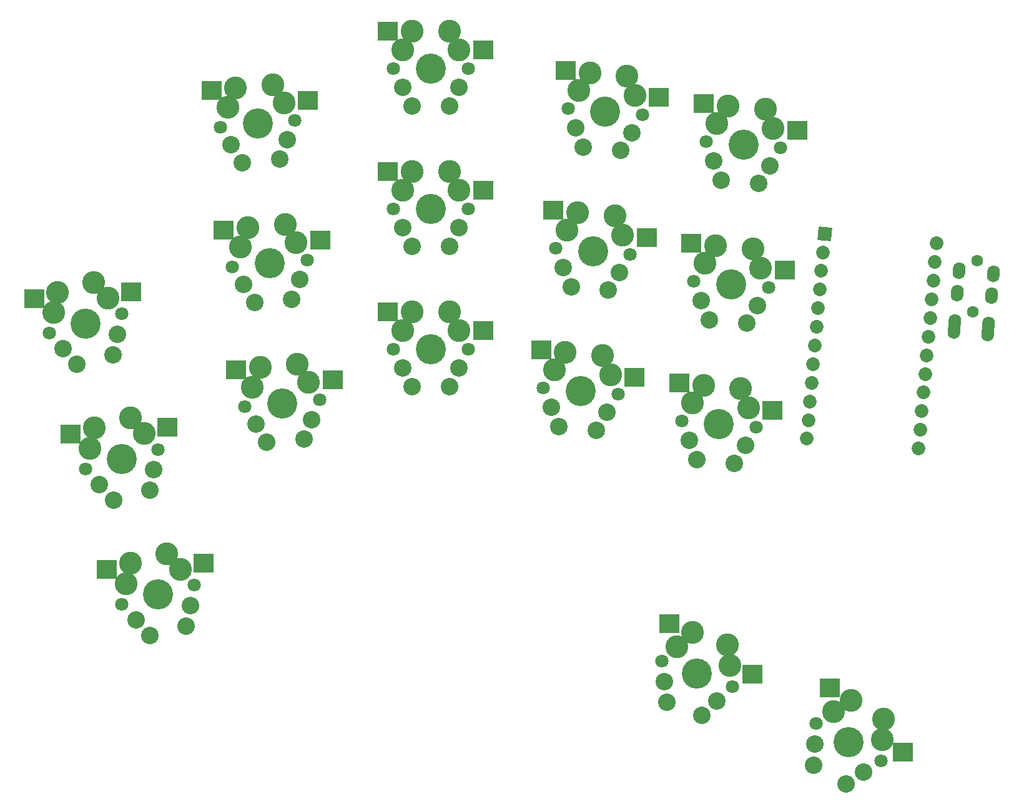
<source format=gbr>
%TF.GenerationSoftware,KiCad,Pcbnew,(6.0.2-0)*%
%TF.CreationDate,2022-05-24T22:23:29-07:00*%
%TF.ProjectId,adux_take_2,61647578-5f74-4616-9b65-5f322e6b6963,v1.0.0*%
%TF.SameCoordinates,Original*%
%TF.FileFunction,Soldermask,Top*%
%TF.FilePolarity,Negative*%
%FSLAX46Y46*%
G04 Gerber Fmt 4.6, Leading zero omitted, Abs format (unit mm)*
G04 Created by KiCad (PCBNEW (6.0.2-0)) date 2022-05-24 22:23:29*
%MOMM*%
%LPD*%
G01*
G04 APERTURE LIST*
G04 Aperture macros list*
%AMRoundRect*
0 Rectangle with rounded corners*
0 $1 Rounding radius*
0 $2 $3 $4 $5 $6 $7 $8 $9 X,Y pos of 4 corners*
0 Add a 4 corners polygon primitive as box body*
4,1,4,$2,$3,$4,$5,$6,$7,$8,$9,$2,$3,0*
0 Add four circle primitives for the rounded corners*
1,1,$1+$1,$2,$3*
1,1,$1+$1,$4,$5*
1,1,$1+$1,$6,$7*
1,1,$1+$1,$8,$9*
0 Add four rect primitives between the rounded corners*
20,1,$1+$1,$2,$3,$4,$5,0*
20,1,$1+$1,$4,$5,$6,$7,0*
20,1,$1+$1,$6,$7,$8,$9,0*
20,1,$1+$1,$8,$9,$2,$3,0*%
%AMHorizOval*
0 Thick line with rounded ends*
0 $1 width*
0 $2 $3 position (X,Y) of the first rounded end (center of the circle)*
0 $4 $5 position (X,Y) of the second rounded end (center of the circle)*
0 Add line between two ends*
20,1,$1,$2,$3,$4,$5,0*
0 Add two circle primitives to create the rounded ends*
1,1,$1,$2,$3*
1,1,$1,$4,$5*%
G04 Aperture macros list end*
%ADD10C,4.087800*%
%ADD11C,1.801800*%
%ADD12C,3.100000*%
%ADD13RoundRect,0.050000X1.275000X1.250000X-1.275000X1.250000X-1.275000X-1.250000X1.275000X-1.250000X0*%
%ADD14C,2.386000*%
%ADD15C,1.852600*%
%ADD16RoundRect,0.050000X-0.796591X0.949340X-0.949340X-0.796591X0.796591X-0.949340X0.949340X0.796591X0*%
%ADD17HorizOval,1.700000X-0.026147X-0.298858X0.026147X0.298858X0*%
%ADD18C,1.600000*%
G04 APERTURE END LIST*
D10*
%TO.C,S1*%
X13600076Y-579261D03*
D11*
X18506979Y735540D03*
X8693173Y-1894062D03*
D12*
X14738727Y4985043D03*
X9262498Y888090D03*
X9831824Y3670242D03*
X16622853Y2860291D03*
D13*
X19786260Y3707924D03*
X6642337Y2815621D03*
%TD*%
D10*
%TO.C,S2*%
X13600076Y-579261D03*
D11*
X8693173Y-1894062D03*
X18506979Y735540D03*
D14*
X12461425Y-6143565D03*
X17937654Y-2046612D03*
X17368328Y-4828764D03*
X10577299Y-4018813D03*
%TD*%
D10*
%TO.C,S3*%
X8669573Y17821626D03*
D11*
X13576476Y19136427D03*
X3762670Y16506825D03*
D12*
X9808224Y23385930D03*
X4331995Y19288977D03*
X4901321Y22071129D03*
X11692350Y21261178D03*
D13*
X14855757Y22108811D03*
X1711834Y21216508D03*
%TD*%
D10*
%TO.C,S4*%
X8669573Y17821626D03*
D11*
X3762670Y16506825D03*
X13576476Y19136427D03*
D14*
X7530922Y12257322D03*
X13007151Y16354275D03*
X12437825Y13572123D03*
X5646796Y14382074D03*
%TD*%
D10*
%TO.C,S5*%
X3739071Y36222513D03*
D11*
X8645974Y37537314D03*
X-1167832Y34907712D03*
D12*
X4877722Y41786817D03*
X-598507Y37689864D03*
X-29181Y40472016D03*
X6761848Y39662065D03*
D13*
X9925255Y40509698D03*
X-3218668Y39617395D03*
%TD*%
D10*
%TO.C,S6*%
X3739071Y36222513D03*
D11*
X-1167832Y34907712D03*
X8645974Y37537314D03*
D14*
X2600420Y30658209D03*
X8076649Y34755162D03*
X7507323Y31973010D03*
X716294Y32782961D03*
%TD*%
D10*
%TO.C,S7*%
X30401669Y25396133D03*
D11*
X35462338Y25838884D03*
X25341000Y24953382D03*
D12*
X32489252Y30678178D03*
X26384792Y27594404D03*
X27428583Y30235426D03*
X33975795Y28258531D03*
D13*
X37238333Y28543966D03*
X24139148Y29947638D03*
%TD*%
D10*
%TO.C,S8*%
X30401669Y25396133D03*
D11*
X25341000Y24953382D03*
X35462338Y25838884D03*
D14*
X28314086Y20114088D03*
X34418546Y23197862D03*
X33374755Y20556840D03*
X26827543Y22533735D03*
%TD*%
D10*
%TO.C,S9*%
X28741352Y44373642D03*
D11*
X33802021Y44816393D03*
X23680683Y43930891D03*
D12*
X30828935Y49655687D03*
X24724475Y46571913D03*
X25768266Y49212935D03*
X32315478Y47236040D03*
D13*
X35578016Y47521475D03*
X22478831Y48925147D03*
%TD*%
D10*
%TO.C,S10*%
X28741352Y44373642D03*
D11*
X23680683Y43930891D03*
X33802021Y44816393D03*
D14*
X26653769Y39091597D03*
X32758229Y42175371D03*
X31714438Y39534349D03*
X25167226Y41511244D03*
%TD*%
D10*
%TO.C,S11*%
X27081035Y63351151D03*
D11*
X32141704Y63793902D03*
X22020366Y62908400D03*
D12*
X29168618Y68633196D03*
X23064158Y65549422D03*
X24107949Y68190444D03*
X30655161Y66213549D03*
D13*
X33917699Y66498984D03*
X20818514Y67902656D03*
%TD*%
D10*
%TO.C,S12*%
X27081035Y63351151D03*
D11*
X22020366Y62908400D03*
X32141704Y63793902D03*
D14*
X24993452Y58069106D03*
X31097912Y61152880D03*
X30054121Y58511858D03*
X23506909Y60488753D03*
%TD*%
D10*
%TO.C,S13*%
X50566943Y32766243D03*
D11*
X55646943Y32766243D03*
X45486943Y32766243D03*
D12*
X53106943Y37846243D03*
X46756943Y35306243D03*
X48026943Y37846243D03*
X54376943Y35306243D03*
D13*
X57651943Y35306243D03*
X44724943Y37846243D03*
%TD*%
D10*
%TO.C,S14*%
X50566943Y32766243D03*
D11*
X45486943Y32766243D03*
X55646943Y32766243D03*
D14*
X48026943Y27686243D03*
X54376943Y30226243D03*
X53106943Y27686243D03*
X46756943Y30226243D03*
%TD*%
D10*
%TO.C,S15*%
X50566943Y51816243D03*
D11*
X55646943Y51816243D03*
X45486943Y51816243D03*
D12*
X53106943Y56896243D03*
X46756943Y54356243D03*
X48026943Y56896243D03*
X54376943Y54356243D03*
D13*
X57651943Y54356243D03*
X44724943Y56896243D03*
%TD*%
D10*
%TO.C,S16*%
X50566943Y51816243D03*
D11*
X45486943Y51816243D03*
X55646943Y51816243D03*
D14*
X48026943Y46736243D03*
X54376943Y49276243D03*
X53106943Y46736243D03*
X46756943Y49276243D03*
%TD*%
D10*
%TO.C,S17*%
X50566943Y70866243D03*
D11*
X55646943Y70866243D03*
X45486943Y70866243D03*
D12*
X53106943Y75946243D03*
X46756943Y73406243D03*
X48026943Y75946243D03*
X54376943Y73406243D03*
D13*
X57651943Y73406243D03*
X44724943Y75946243D03*
%TD*%
D10*
%TO.C,S18*%
X50566943Y70866243D03*
D11*
X45486943Y70866243D03*
X55646943Y70866243D03*
D14*
X48026943Y65786243D03*
X54376943Y68326243D03*
X53106943Y65786243D03*
X46756943Y68326243D03*
%TD*%
D10*
%TO.C,S19*%
X70898591Y27034887D03*
D11*
X75959260Y26592136D03*
X65837922Y27477638D03*
D12*
X73871677Y31874180D03*
X67324465Y29897285D03*
X68811008Y32316932D03*
X74915468Y29233158D03*
D13*
X78178006Y28947723D03*
X65521573Y32604720D03*
%TD*%
D10*
%TO.C,S20*%
X70898591Y27034887D03*
D11*
X65837922Y27477638D03*
X75959260Y26592136D03*
D14*
X67925505Y22195594D03*
X74472717Y24172489D03*
X72986174Y21752842D03*
X66881714Y24836616D03*
%TD*%
D10*
%TO.C,S21*%
X72558908Y46012396D03*
D11*
X77619577Y45569645D03*
X67498239Y46455147D03*
D12*
X75531994Y50851689D03*
X68984782Y48874794D03*
X70471325Y51294441D03*
X76575785Y48210667D03*
D13*
X79838323Y47925232D03*
X67181890Y51582229D03*
%TD*%
D10*
%TO.C,S22*%
X72558908Y46012396D03*
D11*
X67498239Y46455147D03*
X77619577Y45569645D03*
D14*
X69585822Y41173103D03*
X76133034Y43149998D03*
X74646491Y40730351D03*
X68542031Y43814125D03*
%TD*%
D10*
%TO.C,S23*%
X74219225Y64989905D03*
D11*
X79279894Y64547154D03*
X69158556Y65432656D03*
D12*
X77192311Y69829198D03*
X70645099Y67852303D03*
X72131642Y70271950D03*
X78236102Y67188176D03*
D13*
X81498640Y66902741D03*
X68842207Y70559738D03*
%TD*%
D10*
%TO.C,S24*%
X74219225Y64989905D03*
D11*
X69158556Y65432656D03*
X79279894Y64547154D03*
D14*
X71246139Y60150612D03*
X77793351Y62127507D03*
X76306808Y59707860D03*
X70202348Y62791634D03*
%TD*%
D10*
%TO.C,S25*%
X89629158Y22552018D03*
D11*
X94689827Y22109267D03*
X84568489Y22994769D03*
D12*
X92602244Y27391311D03*
X86055032Y25414416D03*
X87541575Y27834063D03*
X93646035Y24750289D03*
D13*
X96908573Y24464854D03*
X84252140Y28121851D03*
%TD*%
D10*
%TO.C,S26*%
X89629158Y22552018D03*
D11*
X84568489Y22994769D03*
X94689827Y22109267D03*
D14*
X86656072Y17712725D03*
X93203284Y19689620D03*
X91716741Y17269973D03*
X85612281Y20353747D03*
%TD*%
D10*
%TO.C,S27*%
X91289475Y41529527D03*
D11*
X96350144Y41086776D03*
X86228806Y41972278D03*
D12*
X94262561Y46368820D03*
X87715349Y44391925D03*
X89201892Y46811572D03*
X95306352Y43727798D03*
D13*
X98568890Y43442363D03*
X85912457Y47099360D03*
%TD*%
D10*
%TO.C,S28*%
X91289475Y41529527D03*
D11*
X86228806Y41972278D03*
X96350144Y41086776D03*
D14*
X88316389Y36690234D03*
X94863601Y38667129D03*
X93377058Y36247482D03*
X87272598Y39331256D03*
%TD*%
D10*
%TO.C,S29*%
X92949792Y60507036D03*
D11*
X98010461Y60064285D03*
X87889123Y60949787D03*
D12*
X95922878Y65346329D03*
X89375666Y63369434D03*
X90862209Y65789081D03*
X96966669Y62705307D03*
D13*
X100229207Y62419872D03*
X87572774Y66076869D03*
%TD*%
D10*
%TO.C,S30*%
X92949792Y60507036D03*
D11*
X87889123Y60949787D03*
X98010461Y60064285D03*
D14*
X89976706Y55667743D03*
X96523918Y57644638D03*
X95037375Y55224991D03*
X88932915Y58308765D03*
%TD*%
D10*
%TO.C,S31*%
X86665863Y-11318602D03*
D11*
X91439502Y-13056064D03*
X81892224Y-9581140D03*
D12*
X90790145Y-7413695D03*
X83954365Y-7628686D03*
X86016506Y-5676232D03*
X91114823Y-10234879D03*
D13*
X94192316Y-11354995D03*
X82913641Y-4546882D03*
%TD*%
D10*
%TO.C,S32*%
X86665863Y-11318602D03*
D11*
X81892224Y-9581140D03*
X91439502Y-13056064D03*
D14*
X82541581Y-15223509D03*
X89377361Y-15008518D03*
X87315220Y-16960972D03*
X82216903Y-12402325D03*
%TD*%
D10*
%TO.C,S33*%
X107194926Y-20607291D03*
D11*
X111594335Y-23147291D03*
X102795517Y-18067291D03*
D12*
X111934631Y-17477882D03*
X105165369Y-16502586D03*
X107535221Y-14937882D03*
X111764483Y-20312586D03*
D13*
X114600716Y-21950086D03*
X104675606Y-13286882D03*
%TD*%
D10*
%TO.C,S34*%
X107194926Y-20607291D03*
D11*
X102795517Y-18067291D03*
X111594335Y-23147291D03*
D14*
X102455221Y-23736700D03*
X109224483Y-24711996D03*
X106854631Y-26276700D03*
X102625369Y-20901996D03*
%TD*%
D15*
%TO.C,MCU1*%
X116712750Y19256141D03*
X116934125Y21786476D03*
X117155501Y24316810D03*
X117376877Y26847145D03*
X117598252Y29377479D03*
X117819628Y31907814D03*
X118041003Y34438149D03*
X118262379Y36968483D03*
X118483755Y39498818D03*
X118705130Y42029152D03*
X118926506Y44559487D03*
X119147881Y47089821D03*
X101530743Y20584395D03*
X101752118Y23114729D03*
X101973494Y25645064D03*
X102194869Y28175398D03*
X102416245Y30705733D03*
X102637621Y33236067D03*
X102858996Y35766402D03*
X103080372Y38296737D03*
X103301747Y40827071D03*
X103523123Y43357406D03*
X103744499Y45887740D03*
D16*
X103965874Y48418075D03*
%TD*%
D17*
%TO.C,REF\u002A\u002A*%
X126819642Y42964164D03*
X126558174Y39975580D03*
X126209551Y35990801D03*
X121531184Y35295903D03*
X122237146Y43365080D03*
X121975679Y40376496D03*
X121627056Y36391717D03*
X126113680Y34894987D03*
D18*
X124667843Y44758534D03*
X124057753Y37785171D03*
%TD*%
M02*

</source>
